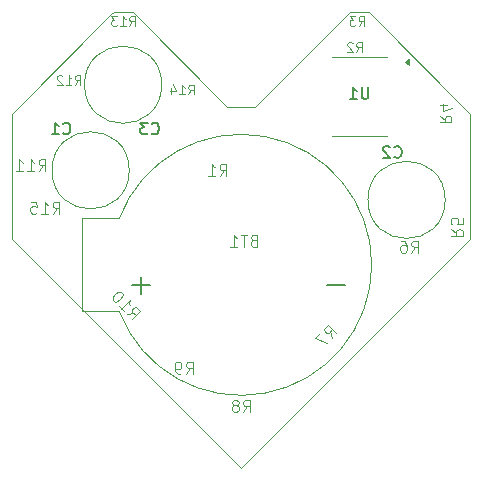
<source format=gbr>
%TF.GenerationSoftware,KiCad,Pcbnew,9.0.6*%
%TF.CreationDate,2026-01-31T16:43:30+03:00*%
%TF.ProjectId,st-valentine-postcard,73742d76-616c-4656-9e74-696e652d706f,rev?*%
%TF.SameCoordinates,Original*%
%TF.FileFunction,Legend,Bot*%
%TF.FilePolarity,Positive*%
%FSLAX46Y46*%
G04 Gerber Fmt 4.6, Leading zero omitted, Abs format (unit mm)*
G04 Created by KiCad (PCBNEW 9.0.6) date 2026-01-31 16:43:30*
%MOMM*%
%LPD*%
G01*
G04 APERTURE LIST*
%ADD10C,0.100000*%
%ADD11C,0.150000*%
%ADD12C,0.120000*%
%ADD13C,0.200000*%
G04 APERTURE END LIST*
D10*
X160800000Y-70600000D02*
X169400000Y-79200000D01*
X169400000Y-89800000D02*
X169400000Y-80200000D01*
X148800000Y-78600000D02*
X151200000Y-78600000D01*
X130600000Y-80200000D02*
X130600000Y-79200000D01*
X169400000Y-79200000D02*
X169400000Y-80200000D01*
X130600000Y-80200000D02*
X130600000Y-89800000D01*
X139200000Y-70600000D02*
X140800000Y-70600000D01*
X151200000Y-78600000D02*
X159200000Y-70600000D01*
X150000000Y-109200000D02*
X169400000Y-89800000D01*
X139000000Y-70800000D02*
X139200000Y-70600000D01*
X159200000Y-70600000D02*
X160800000Y-70600000D01*
X139000000Y-70800000D02*
X130600000Y-79200000D01*
X140800000Y-70600000D02*
X148800000Y-78600000D01*
X130600000Y-89800000D02*
X150000000Y-109200000D01*
X140322114Y-96187022D02*
X140894534Y-96086007D01*
X140726175Y-96591083D02*
X141433282Y-95883977D01*
X141433282Y-95883977D02*
X141163908Y-95614603D01*
X141163908Y-95614603D02*
X141062893Y-95580931D01*
X141062893Y-95580931D02*
X140995549Y-95580931D01*
X140995549Y-95580931D02*
X140894534Y-95614603D01*
X140894534Y-95614603D02*
X140793519Y-95715618D01*
X140793519Y-95715618D02*
X140759847Y-95816633D01*
X140759847Y-95816633D02*
X140759847Y-95883977D01*
X140759847Y-95883977D02*
X140793519Y-95984992D01*
X140793519Y-95984992D02*
X141062893Y-96254366D01*
X139648679Y-95513587D02*
X140052740Y-95917648D01*
X139850710Y-95715618D02*
X140557816Y-95008511D01*
X140557816Y-95008511D02*
X140524145Y-95176870D01*
X140524145Y-95176870D02*
X140524145Y-95311557D01*
X140524145Y-95311557D02*
X140557816Y-95412572D01*
X139918053Y-94368748D02*
X139850710Y-94301404D01*
X139850710Y-94301404D02*
X139749694Y-94267732D01*
X139749694Y-94267732D02*
X139682351Y-94267732D01*
X139682351Y-94267732D02*
X139581336Y-94301404D01*
X139581336Y-94301404D02*
X139412977Y-94402419D01*
X139412977Y-94402419D02*
X139244618Y-94570778D01*
X139244618Y-94570778D02*
X139143603Y-94739137D01*
X139143603Y-94739137D02*
X139109931Y-94840152D01*
X139109931Y-94840152D02*
X139109931Y-94907496D01*
X139109931Y-94907496D02*
X139143603Y-95008511D01*
X139143603Y-95008511D02*
X139210946Y-95075854D01*
X139210946Y-95075854D02*
X139311961Y-95109526D01*
X139311961Y-95109526D02*
X139379305Y-95109526D01*
X139379305Y-95109526D02*
X139480320Y-95075854D01*
X139480320Y-95075854D02*
X139648679Y-94974839D01*
X139648679Y-94974839D02*
X139817038Y-94806480D01*
X139817038Y-94806480D02*
X139918053Y-94638122D01*
X139918053Y-94638122D02*
X139951725Y-94537106D01*
X139951725Y-94537106D02*
X139951725Y-94469763D01*
X139951725Y-94469763D02*
X139918053Y-94368748D01*
X148166666Y-84457419D02*
X148499999Y-83981228D01*
X148738094Y-84457419D02*
X148738094Y-83457419D01*
X148738094Y-83457419D02*
X148357142Y-83457419D01*
X148357142Y-83457419D02*
X148261904Y-83505038D01*
X148261904Y-83505038D02*
X148214285Y-83552657D01*
X148214285Y-83552657D02*
X148166666Y-83647895D01*
X148166666Y-83647895D02*
X148166666Y-83790752D01*
X148166666Y-83790752D02*
X148214285Y-83885990D01*
X148214285Y-83885990D02*
X148261904Y-83933609D01*
X148261904Y-83933609D02*
X148357142Y-83981228D01*
X148357142Y-83981228D02*
X148738094Y-83981228D01*
X147214285Y-84457419D02*
X147785713Y-84457419D01*
X147499999Y-84457419D02*
X147499999Y-83457419D01*
X147499999Y-83457419D02*
X147595237Y-83600276D01*
X147595237Y-83600276D02*
X147690475Y-83695514D01*
X147690475Y-83695514D02*
X147785713Y-83743133D01*
X159933332Y-71764895D02*
X160199999Y-71383942D01*
X160390475Y-71764895D02*
X160390475Y-70964895D01*
X160390475Y-70964895D02*
X160085713Y-70964895D01*
X160085713Y-70964895D02*
X160009523Y-71002990D01*
X160009523Y-71002990D02*
X159971428Y-71041085D01*
X159971428Y-71041085D02*
X159933332Y-71117276D01*
X159933332Y-71117276D02*
X159933332Y-71231561D01*
X159933332Y-71231561D02*
X159971428Y-71307752D01*
X159971428Y-71307752D02*
X160009523Y-71345847D01*
X160009523Y-71345847D02*
X160085713Y-71383942D01*
X160085713Y-71383942D02*
X160390475Y-71383942D01*
X159666666Y-70964895D02*
X159171428Y-70964895D01*
X159171428Y-70964895D02*
X159438094Y-71269657D01*
X159438094Y-71269657D02*
X159323809Y-71269657D01*
X159323809Y-71269657D02*
X159247618Y-71307752D01*
X159247618Y-71307752D02*
X159209523Y-71345847D01*
X159209523Y-71345847D02*
X159171428Y-71422038D01*
X159171428Y-71422038D02*
X159171428Y-71612514D01*
X159171428Y-71612514D02*
X159209523Y-71688704D01*
X159209523Y-71688704D02*
X159247618Y-71726800D01*
X159247618Y-71726800D02*
X159323809Y-71764895D01*
X159323809Y-71764895D02*
X159552380Y-71764895D01*
X159552380Y-71764895D02*
X159628571Y-71726800D01*
X159628571Y-71726800D02*
X159666666Y-71688704D01*
D11*
X162966666Y-82859580D02*
X163014285Y-82907200D01*
X163014285Y-82907200D02*
X163157142Y-82954819D01*
X163157142Y-82954819D02*
X163252380Y-82954819D01*
X163252380Y-82954819D02*
X163395237Y-82907200D01*
X163395237Y-82907200D02*
X163490475Y-82811961D01*
X163490475Y-82811961D02*
X163538094Y-82716723D01*
X163538094Y-82716723D02*
X163585713Y-82526247D01*
X163585713Y-82526247D02*
X163585713Y-82383390D01*
X163585713Y-82383390D02*
X163538094Y-82192914D01*
X163538094Y-82192914D02*
X163490475Y-82097676D01*
X163490475Y-82097676D02*
X163395237Y-82002438D01*
X163395237Y-82002438D02*
X163252380Y-81954819D01*
X163252380Y-81954819D02*
X163157142Y-81954819D01*
X163157142Y-81954819D02*
X163014285Y-82002438D01*
X163014285Y-82002438D02*
X162966666Y-82050057D01*
X162585713Y-82050057D02*
X162538094Y-82002438D01*
X162538094Y-82002438D02*
X162442856Y-81954819D01*
X162442856Y-81954819D02*
X162204761Y-81954819D01*
X162204761Y-81954819D02*
X162109523Y-82002438D01*
X162109523Y-82002438D02*
X162061904Y-82050057D01*
X162061904Y-82050057D02*
X162014285Y-82145295D01*
X162014285Y-82145295D02*
X162014285Y-82240533D01*
X162014285Y-82240533D02*
X162061904Y-82383390D01*
X162061904Y-82383390D02*
X162633332Y-82954819D01*
X162633332Y-82954819D02*
X162014285Y-82954819D01*
X160761904Y-76954819D02*
X160761904Y-77764342D01*
X160761904Y-77764342D02*
X160714285Y-77859580D01*
X160714285Y-77859580D02*
X160666666Y-77907200D01*
X160666666Y-77907200D02*
X160571428Y-77954819D01*
X160571428Y-77954819D02*
X160380952Y-77954819D01*
X160380952Y-77954819D02*
X160285714Y-77907200D01*
X160285714Y-77907200D02*
X160238095Y-77859580D01*
X160238095Y-77859580D02*
X160190476Y-77764342D01*
X160190476Y-77764342D02*
X160190476Y-76954819D01*
X159190476Y-77954819D02*
X159761904Y-77954819D01*
X159476190Y-77954819D02*
X159476190Y-76954819D01*
X159476190Y-76954819D02*
X159571428Y-77097676D01*
X159571428Y-77097676D02*
X159666666Y-77192914D01*
X159666666Y-77192914D02*
X159761904Y-77240533D01*
D10*
X167742580Y-88966666D02*
X168218771Y-89299999D01*
X167742580Y-89538094D02*
X168742580Y-89538094D01*
X168742580Y-89538094D02*
X168742580Y-89157142D01*
X168742580Y-89157142D02*
X168694961Y-89061904D01*
X168694961Y-89061904D02*
X168647342Y-89014285D01*
X168647342Y-89014285D02*
X168552104Y-88966666D01*
X168552104Y-88966666D02*
X168409247Y-88966666D01*
X168409247Y-88966666D02*
X168314009Y-89014285D01*
X168314009Y-89014285D02*
X168266390Y-89061904D01*
X168266390Y-89061904D02*
X168218771Y-89157142D01*
X168218771Y-89157142D02*
X168218771Y-89538094D01*
X168742580Y-88061904D02*
X168742580Y-88538094D01*
X168742580Y-88538094D02*
X168266390Y-88585713D01*
X168266390Y-88585713D02*
X168314009Y-88538094D01*
X168314009Y-88538094D02*
X168361628Y-88442856D01*
X168361628Y-88442856D02*
X168361628Y-88204761D01*
X168361628Y-88204761D02*
X168314009Y-88109523D01*
X168314009Y-88109523D02*
X168266390Y-88061904D01*
X168266390Y-88061904D02*
X168171152Y-88014285D01*
X168171152Y-88014285D02*
X167933057Y-88014285D01*
X167933057Y-88014285D02*
X167837819Y-88061904D01*
X167837819Y-88061904D02*
X167790200Y-88109523D01*
X167790200Y-88109523D02*
X167742580Y-88204761D01*
X167742580Y-88204761D02*
X167742580Y-88442856D01*
X167742580Y-88442856D02*
X167790200Y-88538094D01*
X167790200Y-88538094D02*
X167837819Y-88585713D01*
X166792580Y-79366666D02*
X167268771Y-79699999D01*
X166792580Y-79938094D02*
X167792580Y-79938094D01*
X167792580Y-79938094D02*
X167792580Y-79557142D01*
X167792580Y-79557142D02*
X167744961Y-79461904D01*
X167744961Y-79461904D02*
X167697342Y-79414285D01*
X167697342Y-79414285D02*
X167602104Y-79366666D01*
X167602104Y-79366666D02*
X167459247Y-79366666D01*
X167459247Y-79366666D02*
X167364009Y-79414285D01*
X167364009Y-79414285D02*
X167316390Y-79461904D01*
X167316390Y-79461904D02*
X167268771Y-79557142D01*
X167268771Y-79557142D02*
X167268771Y-79938094D01*
X167459247Y-78509523D02*
X166792580Y-78509523D01*
X167840200Y-78747618D02*
X167125914Y-78985713D01*
X167125914Y-78985713D02*
X167125914Y-78366666D01*
X150166666Y-104457419D02*
X150499999Y-103981228D01*
X150738094Y-104457419D02*
X150738094Y-103457419D01*
X150738094Y-103457419D02*
X150357142Y-103457419D01*
X150357142Y-103457419D02*
X150261904Y-103505038D01*
X150261904Y-103505038D02*
X150214285Y-103552657D01*
X150214285Y-103552657D02*
X150166666Y-103647895D01*
X150166666Y-103647895D02*
X150166666Y-103790752D01*
X150166666Y-103790752D02*
X150214285Y-103885990D01*
X150214285Y-103885990D02*
X150261904Y-103933609D01*
X150261904Y-103933609D02*
X150357142Y-103981228D01*
X150357142Y-103981228D02*
X150738094Y-103981228D01*
X149595237Y-103885990D02*
X149690475Y-103838371D01*
X149690475Y-103838371D02*
X149738094Y-103790752D01*
X149738094Y-103790752D02*
X149785713Y-103695514D01*
X149785713Y-103695514D02*
X149785713Y-103647895D01*
X149785713Y-103647895D02*
X149738094Y-103552657D01*
X149738094Y-103552657D02*
X149690475Y-103505038D01*
X149690475Y-103505038D02*
X149595237Y-103457419D01*
X149595237Y-103457419D02*
X149404761Y-103457419D01*
X149404761Y-103457419D02*
X149309523Y-103505038D01*
X149309523Y-103505038D02*
X149261904Y-103552657D01*
X149261904Y-103552657D02*
X149214285Y-103647895D01*
X149214285Y-103647895D02*
X149214285Y-103695514D01*
X149214285Y-103695514D02*
X149261904Y-103790752D01*
X149261904Y-103790752D02*
X149309523Y-103838371D01*
X149309523Y-103838371D02*
X149404761Y-103885990D01*
X149404761Y-103885990D02*
X149595237Y-103885990D01*
X149595237Y-103885990D02*
X149690475Y-103933609D01*
X149690475Y-103933609D02*
X149738094Y-103981228D01*
X149738094Y-103981228D02*
X149785713Y-104076466D01*
X149785713Y-104076466D02*
X149785713Y-104266942D01*
X149785713Y-104266942D02*
X149738094Y-104362180D01*
X149738094Y-104362180D02*
X149690475Y-104409800D01*
X149690475Y-104409800D02*
X149595237Y-104457419D01*
X149595237Y-104457419D02*
X149404761Y-104457419D01*
X149404761Y-104457419D02*
X149309523Y-104409800D01*
X149309523Y-104409800D02*
X149261904Y-104362180D01*
X149261904Y-104362180D02*
X149214285Y-104266942D01*
X149214285Y-104266942D02*
X149214285Y-104076466D01*
X149214285Y-104076466D02*
X149261904Y-103981228D01*
X149261904Y-103981228D02*
X149309523Y-103933609D01*
X149309523Y-103933609D02*
X149404761Y-103885990D01*
D11*
X134916666Y-80859580D02*
X134964285Y-80907200D01*
X134964285Y-80907200D02*
X135107142Y-80954819D01*
X135107142Y-80954819D02*
X135202380Y-80954819D01*
X135202380Y-80954819D02*
X135345237Y-80907200D01*
X135345237Y-80907200D02*
X135440475Y-80811961D01*
X135440475Y-80811961D02*
X135488094Y-80716723D01*
X135488094Y-80716723D02*
X135535713Y-80526247D01*
X135535713Y-80526247D02*
X135535713Y-80383390D01*
X135535713Y-80383390D02*
X135488094Y-80192914D01*
X135488094Y-80192914D02*
X135440475Y-80097676D01*
X135440475Y-80097676D02*
X135345237Y-80002438D01*
X135345237Y-80002438D02*
X135202380Y-79954819D01*
X135202380Y-79954819D02*
X135107142Y-79954819D01*
X135107142Y-79954819D02*
X134964285Y-80002438D01*
X134964285Y-80002438D02*
X134916666Y-80050057D01*
X133964285Y-80954819D02*
X134535713Y-80954819D01*
X134249999Y-80954819D02*
X134249999Y-79954819D01*
X134249999Y-79954819D02*
X134345237Y-80097676D01*
X134345237Y-80097676D02*
X134440475Y-80192914D01*
X134440475Y-80192914D02*
X134535713Y-80240533D01*
D10*
X157650304Y-98214603D02*
X157549289Y-97642183D01*
X158054365Y-97810542D02*
X157347259Y-97103435D01*
X157347259Y-97103435D02*
X157077885Y-97372809D01*
X157077885Y-97372809D02*
X157044213Y-97473824D01*
X157044213Y-97473824D02*
X157044213Y-97541168D01*
X157044213Y-97541168D02*
X157077885Y-97642183D01*
X157077885Y-97642183D02*
X157178900Y-97743198D01*
X157178900Y-97743198D02*
X157279915Y-97776870D01*
X157279915Y-97776870D02*
X157347259Y-97776870D01*
X157347259Y-97776870D02*
X157448274Y-97743198D01*
X157448274Y-97743198D02*
X157717648Y-97473824D01*
X156707495Y-97743198D02*
X156236091Y-98214603D01*
X156236091Y-98214603D02*
X157246243Y-98618664D01*
X140514285Y-71764895D02*
X140780952Y-71383942D01*
X140971428Y-71764895D02*
X140971428Y-70964895D01*
X140971428Y-70964895D02*
X140666666Y-70964895D01*
X140666666Y-70964895D02*
X140590476Y-71002990D01*
X140590476Y-71002990D02*
X140552381Y-71041085D01*
X140552381Y-71041085D02*
X140514285Y-71117276D01*
X140514285Y-71117276D02*
X140514285Y-71231561D01*
X140514285Y-71231561D02*
X140552381Y-71307752D01*
X140552381Y-71307752D02*
X140590476Y-71345847D01*
X140590476Y-71345847D02*
X140666666Y-71383942D01*
X140666666Y-71383942D02*
X140971428Y-71383942D01*
X139752381Y-71764895D02*
X140209524Y-71764895D01*
X139980952Y-71764895D02*
X139980952Y-70964895D01*
X139980952Y-70964895D02*
X140057143Y-71079180D01*
X140057143Y-71079180D02*
X140133333Y-71155371D01*
X140133333Y-71155371D02*
X140209524Y-71193466D01*
X139485714Y-70964895D02*
X138990476Y-70964895D01*
X138990476Y-70964895D02*
X139257142Y-71269657D01*
X139257142Y-71269657D02*
X139142857Y-71269657D01*
X139142857Y-71269657D02*
X139066666Y-71307752D01*
X139066666Y-71307752D02*
X139028571Y-71345847D01*
X139028571Y-71345847D02*
X138990476Y-71422038D01*
X138990476Y-71422038D02*
X138990476Y-71612514D01*
X138990476Y-71612514D02*
X139028571Y-71688704D01*
X139028571Y-71688704D02*
X139066666Y-71726800D01*
X139066666Y-71726800D02*
X139142857Y-71764895D01*
X139142857Y-71764895D02*
X139371428Y-71764895D01*
X139371428Y-71764895D02*
X139447619Y-71726800D01*
X139447619Y-71726800D02*
X139485714Y-71688704D01*
X134042857Y-87657419D02*
X134376190Y-87181228D01*
X134614285Y-87657419D02*
X134614285Y-86657419D01*
X134614285Y-86657419D02*
X134233333Y-86657419D01*
X134233333Y-86657419D02*
X134138095Y-86705038D01*
X134138095Y-86705038D02*
X134090476Y-86752657D01*
X134090476Y-86752657D02*
X134042857Y-86847895D01*
X134042857Y-86847895D02*
X134042857Y-86990752D01*
X134042857Y-86990752D02*
X134090476Y-87085990D01*
X134090476Y-87085990D02*
X134138095Y-87133609D01*
X134138095Y-87133609D02*
X134233333Y-87181228D01*
X134233333Y-87181228D02*
X134614285Y-87181228D01*
X133090476Y-87657419D02*
X133661904Y-87657419D01*
X133376190Y-87657419D02*
X133376190Y-86657419D01*
X133376190Y-86657419D02*
X133471428Y-86800276D01*
X133471428Y-86800276D02*
X133566666Y-86895514D01*
X133566666Y-86895514D02*
X133661904Y-86943133D01*
X132185714Y-86657419D02*
X132661904Y-86657419D01*
X132661904Y-86657419D02*
X132709523Y-87133609D01*
X132709523Y-87133609D02*
X132661904Y-87085990D01*
X132661904Y-87085990D02*
X132566666Y-87038371D01*
X132566666Y-87038371D02*
X132328571Y-87038371D01*
X132328571Y-87038371D02*
X132233333Y-87085990D01*
X132233333Y-87085990D02*
X132185714Y-87133609D01*
X132185714Y-87133609D02*
X132138095Y-87228847D01*
X132138095Y-87228847D02*
X132138095Y-87466942D01*
X132138095Y-87466942D02*
X132185714Y-87562180D01*
X132185714Y-87562180D02*
X132233333Y-87609800D01*
X132233333Y-87609800D02*
X132328571Y-87657419D01*
X132328571Y-87657419D02*
X132566666Y-87657419D01*
X132566666Y-87657419D02*
X132661904Y-87609800D01*
X132661904Y-87609800D02*
X132709523Y-87562180D01*
X151035714Y-89933609D02*
X150892857Y-89981228D01*
X150892857Y-89981228D02*
X150845238Y-90028847D01*
X150845238Y-90028847D02*
X150797619Y-90124085D01*
X150797619Y-90124085D02*
X150797619Y-90266942D01*
X150797619Y-90266942D02*
X150845238Y-90362180D01*
X150845238Y-90362180D02*
X150892857Y-90409800D01*
X150892857Y-90409800D02*
X150988095Y-90457419D01*
X150988095Y-90457419D02*
X151369047Y-90457419D01*
X151369047Y-90457419D02*
X151369047Y-89457419D01*
X151369047Y-89457419D02*
X151035714Y-89457419D01*
X151035714Y-89457419D02*
X150940476Y-89505038D01*
X150940476Y-89505038D02*
X150892857Y-89552657D01*
X150892857Y-89552657D02*
X150845238Y-89647895D01*
X150845238Y-89647895D02*
X150845238Y-89743133D01*
X150845238Y-89743133D02*
X150892857Y-89838371D01*
X150892857Y-89838371D02*
X150940476Y-89885990D01*
X150940476Y-89885990D02*
X151035714Y-89933609D01*
X151035714Y-89933609D02*
X151369047Y-89933609D01*
X150511904Y-89457419D02*
X149940476Y-89457419D01*
X150226190Y-90457419D02*
X150226190Y-89457419D01*
X149083333Y-90457419D02*
X149654761Y-90457419D01*
X149369047Y-90457419D02*
X149369047Y-89457419D01*
X149369047Y-89457419D02*
X149464285Y-89600276D01*
X149464285Y-89600276D02*
X149559523Y-89695514D01*
X149559523Y-89695514D02*
X149654761Y-89743133D01*
X145514285Y-77564895D02*
X145780952Y-77183942D01*
X145971428Y-77564895D02*
X145971428Y-76764895D01*
X145971428Y-76764895D02*
X145666666Y-76764895D01*
X145666666Y-76764895D02*
X145590476Y-76802990D01*
X145590476Y-76802990D02*
X145552381Y-76841085D01*
X145552381Y-76841085D02*
X145514285Y-76917276D01*
X145514285Y-76917276D02*
X145514285Y-77031561D01*
X145514285Y-77031561D02*
X145552381Y-77107752D01*
X145552381Y-77107752D02*
X145590476Y-77145847D01*
X145590476Y-77145847D02*
X145666666Y-77183942D01*
X145666666Y-77183942D02*
X145971428Y-77183942D01*
X144752381Y-77564895D02*
X145209524Y-77564895D01*
X144980952Y-77564895D02*
X144980952Y-76764895D01*
X144980952Y-76764895D02*
X145057143Y-76879180D01*
X145057143Y-76879180D02*
X145133333Y-76955371D01*
X145133333Y-76955371D02*
X145209524Y-76993466D01*
X144066666Y-77031561D02*
X144066666Y-77564895D01*
X144257142Y-76726800D02*
X144447619Y-77298228D01*
X144447619Y-77298228D02*
X143952380Y-77298228D01*
D11*
X142416666Y-80859580D02*
X142464285Y-80907200D01*
X142464285Y-80907200D02*
X142607142Y-80954819D01*
X142607142Y-80954819D02*
X142702380Y-80954819D01*
X142702380Y-80954819D02*
X142845237Y-80907200D01*
X142845237Y-80907200D02*
X142940475Y-80811961D01*
X142940475Y-80811961D02*
X142988094Y-80716723D01*
X142988094Y-80716723D02*
X143035713Y-80526247D01*
X143035713Y-80526247D02*
X143035713Y-80383390D01*
X143035713Y-80383390D02*
X142988094Y-80192914D01*
X142988094Y-80192914D02*
X142940475Y-80097676D01*
X142940475Y-80097676D02*
X142845237Y-80002438D01*
X142845237Y-80002438D02*
X142702380Y-79954819D01*
X142702380Y-79954819D02*
X142607142Y-79954819D01*
X142607142Y-79954819D02*
X142464285Y-80002438D01*
X142464285Y-80002438D02*
X142416666Y-80050057D01*
X142083332Y-79954819D02*
X141464285Y-79954819D01*
X141464285Y-79954819D02*
X141797618Y-80335771D01*
X141797618Y-80335771D02*
X141654761Y-80335771D01*
X141654761Y-80335771D02*
X141559523Y-80383390D01*
X141559523Y-80383390D02*
X141511904Y-80431009D01*
X141511904Y-80431009D02*
X141464285Y-80526247D01*
X141464285Y-80526247D02*
X141464285Y-80764342D01*
X141464285Y-80764342D02*
X141511904Y-80859580D01*
X141511904Y-80859580D02*
X141559523Y-80907200D01*
X141559523Y-80907200D02*
X141654761Y-80954819D01*
X141654761Y-80954819D02*
X141940475Y-80954819D01*
X141940475Y-80954819D02*
X142035713Y-80907200D01*
X142035713Y-80907200D02*
X142083332Y-80859580D01*
D10*
X164416666Y-90957419D02*
X164749999Y-90481228D01*
X164988094Y-90957419D02*
X164988094Y-89957419D01*
X164988094Y-89957419D02*
X164607142Y-89957419D01*
X164607142Y-89957419D02*
X164511904Y-90005038D01*
X164511904Y-90005038D02*
X164464285Y-90052657D01*
X164464285Y-90052657D02*
X164416666Y-90147895D01*
X164416666Y-90147895D02*
X164416666Y-90290752D01*
X164416666Y-90290752D02*
X164464285Y-90385990D01*
X164464285Y-90385990D02*
X164511904Y-90433609D01*
X164511904Y-90433609D02*
X164607142Y-90481228D01*
X164607142Y-90481228D02*
X164988094Y-90481228D01*
X163559523Y-89957419D02*
X163749999Y-89957419D01*
X163749999Y-89957419D02*
X163845237Y-90005038D01*
X163845237Y-90005038D02*
X163892856Y-90052657D01*
X163892856Y-90052657D02*
X163988094Y-90195514D01*
X163988094Y-90195514D02*
X164035713Y-90385990D01*
X164035713Y-90385990D02*
X164035713Y-90766942D01*
X164035713Y-90766942D02*
X163988094Y-90862180D01*
X163988094Y-90862180D02*
X163940475Y-90909800D01*
X163940475Y-90909800D02*
X163845237Y-90957419D01*
X163845237Y-90957419D02*
X163654761Y-90957419D01*
X163654761Y-90957419D02*
X163559523Y-90909800D01*
X163559523Y-90909800D02*
X163511904Y-90862180D01*
X163511904Y-90862180D02*
X163464285Y-90766942D01*
X163464285Y-90766942D02*
X163464285Y-90528847D01*
X163464285Y-90528847D02*
X163511904Y-90433609D01*
X163511904Y-90433609D02*
X163559523Y-90385990D01*
X163559523Y-90385990D02*
X163654761Y-90338371D01*
X163654761Y-90338371D02*
X163845237Y-90338371D01*
X163845237Y-90338371D02*
X163940475Y-90385990D01*
X163940475Y-90385990D02*
X163988094Y-90433609D01*
X163988094Y-90433609D02*
X164035713Y-90528847D01*
X145321666Y-101207419D02*
X145654999Y-100731228D01*
X145893094Y-101207419D02*
X145893094Y-100207419D01*
X145893094Y-100207419D02*
X145512142Y-100207419D01*
X145512142Y-100207419D02*
X145416904Y-100255038D01*
X145416904Y-100255038D02*
X145369285Y-100302657D01*
X145369285Y-100302657D02*
X145321666Y-100397895D01*
X145321666Y-100397895D02*
X145321666Y-100540752D01*
X145321666Y-100540752D02*
X145369285Y-100635990D01*
X145369285Y-100635990D02*
X145416904Y-100683609D01*
X145416904Y-100683609D02*
X145512142Y-100731228D01*
X145512142Y-100731228D02*
X145893094Y-100731228D01*
X144845475Y-101207419D02*
X144654999Y-101207419D01*
X144654999Y-101207419D02*
X144559761Y-101159800D01*
X144559761Y-101159800D02*
X144512142Y-101112180D01*
X144512142Y-101112180D02*
X144416904Y-100969323D01*
X144416904Y-100969323D02*
X144369285Y-100778847D01*
X144369285Y-100778847D02*
X144369285Y-100397895D01*
X144369285Y-100397895D02*
X144416904Y-100302657D01*
X144416904Y-100302657D02*
X144464523Y-100255038D01*
X144464523Y-100255038D02*
X144559761Y-100207419D01*
X144559761Y-100207419D02*
X144750237Y-100207419D01*
X144750237Y-100207419D02*
X144845475Y-100255038D01*
X144845475Y-100255038D02*
X144893094Y-100302657D01*
X144893094Y-100302657D02*
X144940713Y-100397895D01*
X144940713Y-100397895D02*
X144940713Y-100635990D01*
X144940713Y-100635990D02*
X144893094Y-100731228D01*
X144893094Y-100731228D02*
X144845475Y-100778847D01*
X144845475Y-100778847D02*
X144750237Y-100826466D01*
X144750237Y-100826466D02*
X144559761Y-100826466D01*
X144559761Y-100826466D02*
X144464523Y-100778847D01*
X144464523Y-100778847D02*
X144416904Y-100731228D01*
X144416904Y-100731228D02*
X144369285Y-100635990D01*
X135914285Y-76764895D02*
X136180952Y-76383942D01*
X136371428Y-76764895D02*
X136371428Y-75964895D01*
X136371428Y-75964895D02*
X136066666Y-75964895D01*
X136066666Y-75964895D02*
X135990476Y-76002990D01*
X135990476Y-76002990D02*
X135952381Y-76041085D01*
X135952381Y-76041085D02*
X135914285Y-76117276D01*
X135914285Y-76117276D02*
X135914285Y-76231561D01*
X135914285Y-76231561D02*
X135952381Y-76307752D01*
X135952381Y-76307752D02*
X135990476Y-76345847D01*
X135990476Y-76345847D02*
X136066666Y-76383942D01*
X136066666Y-76383942D02*
X136371428Y-76383942D01*
X135152381Y-76764895D02*
X135609524Y-76764895D01*
X135380952Y-76764895D02*
X135380952Y-75964895D01*
X135380952Y-75964895D02*
X135457143Y-76079180D01*
X135457143Y-76079180D02*
X135533333Y-76155371D01*
X135533333Y-76155371D02*
X135609524Y-76193466D01*
X134847619Y-76041085D02*
X134809523Y-76002990D01*
X134809523Y-76002990D02*
X134733333Y-75964895D01*
X134733333Y-75964895D02*
X134542857Y-75964895D01*
X134542857Y-75964895D02*
X134466666Y-76002990D01*
X134466666Y-76002990D02*
X134428571Y-76041085D01*
X134428571Y-76041085D02*
X134390476Y-76117276D01*
X134390476Y-76117276D02*
X134390476Y-76193466D01*
X134390476Y-76193466D02*
X134428571Y-76307752D01*
X134428571Y-76307752D02*
X134885714Y-76764895D01*
X134885714Y-76764895D02*
X134390476Y-76764895D01*
X132842857Y-84057419D02*
X133176190Y-83581228D01*
X133414285Y-84057419D02*
X133414285Y-83057419D01*
X133414285Y-83057419D02*
X133033333Y-83057419D01*
X133033333Y-83057419D02*
X132938095Y-83105038D01*
X132938095Y-83105038D02*
X132890476Y-83152657D01*
X132890476Y-83152657D02*
X132842857Y-83247895D01*
X132842857Y-83247895D02*
X132842857Y-83390752D01*
X132842857Y-83390752D02*
X132890476Y-83485990D01*
X132890476Y-83485990D02*
X132938095Y-83533609D01*
X132938095Y-83533609D02*
X133033333Y-83581228D01*
X133033333Y-83581228D02*
X133414285Y-83581228D01*
X131890476Y-84057419D02*
X132461904Y-84057419D01*
X132176190Y-84057419D02*
X132176190Y-83057419D01*
X132176190Y-83057419D02*
X132271428Y-83200276D01*
X132271428Y-83200276D02*
X132366666Y-83295514D01*
X132366666Y-83295514D02*
X132461904Y-83343133D01*
X130938095Y-84057419D02*
X131509523Y-84057419D01*
X131223809Y-84057419D02*
X131223809Y-83057419D01*
X131223809Y-83057419D02*
X131319047Y-83200276D01*
X131319047Y-83200276D02*
X131414285Y-83295514D01*
X131414285Y-83295514D02*
X131509523Y-83343133D01*
X159733332Y-73964895D02*
X159999999Y-73583942D01*
X160190475Y-73964895D02*
X160190475Y-73164895D01*
X160190475Y-73164895D02*
X159885713Y-73164895D01*
X159885713Y-73164895D02*
X159809523Y-73202990D01*
X159809523Y-73202990D02*
X159771428Y-73241085D01*
X159771428Y-73241085D02*
X159733332Y-73317276D01*
X159733332Y-73317276D02*
X159733332Y-73431561D01*
X159733332Y-73431561D02*
X159771428Y-73507752D01*
X159771428Y-73507752D02*
X159809523Y-73545847D01*
X159809523Y-73545847D02*
X159885713Y-73583942D01*
X159885713Y-73583942D02*
X160190475Y-73583942D01*
X159428571Y-73241085D02*
X159390475Y-73202990D01*
X159390475Y-73202990D02*
X159314285Y-73164895D01*
X159314285Y-73164895D02*
X159123809Y-73164895D01*
X159123809Y-73164895D02*
X159047618Y-73202990D01*
X159047618Y-73202990D02*
X159009523Y-73241085D01*
X159009523Y-73241085D02*
X158971428Y-73317276D01*
X158971428Y-73317276D02*
X158971428Y-73393466D01*
X158971428Y-73393466D02*
X159009523Y-73507752D01*
X159009523Y-73507752D02*
X159466666Y-73964895D01*
X159466666Y-73964895D02*
X158971428Y-73964895D01*
D12*
%TO.C,C2*%
X167270000Y-86500000D02*
G75*
G02*
X160730000Y-86500000I-3270000J0D01*
G01*
X160730000Y-86500000D02*
G75*
G02*
X167270000Y-86500000I3270000J0D01*
G01*
%TO.C,U1*%
X157690000Y-81135000D02*
X162310000Y-81135000D01*
X162310000Y-74365000D02*
X157690000Y-74365000D01*
X164190000Y-75060000D02*
X163860000Y-74820000D01*
X164190000Y-74580000D01*
X164190000Y-75060000D01*
G36*
X164190000Y-75060000D02*
G01*
X163860000Y-74820000D01*
X164190000Y-74580000D01*
X164190000Y-75060000D01*
G37*
%TO.C,C1*%
X140520000Y-84000000D02*
G75*
G02*
X133980000Y-84000000I-3270000J0D01*
G01*
X133980000Y-84000000D02*
G75*
G02*
X140520000Y-84000000I3270000J0D01*
G01*
D10*
%TO.C,BT1*%
X136500000Y-95950000D02*
X136500000Y-88050000D01*
X139680117Y-88050000D02*
X136500000Y-88050000D01*
X139680117Y-95950000D02*
X136500000Y-95950000D01*
D13*
X141500000Y-93000000D02*
X141500000Y-94500000D01*
X142250000Y-93750000D02*
X140750000Y-93750000D01*
X158750000Y-93750000D02*
X157250000Y-93750000D01*
D10*
X139680117Y-88050000D02*
G75*
G02*
X139680117Y-95950000I10319883J-3950000D01*
G01*
D12*
%TO.C,C3*%
X143270000Y-76750000D02*
G75*
G02*
X136730000Y-76750000I-3270000J0D01*
G01*
X136730000Y-76750000D02*
G75*
G02*
X143270000Y-76750000I3270000J0D01*
G01*
%TD*%
M02*

</source>
